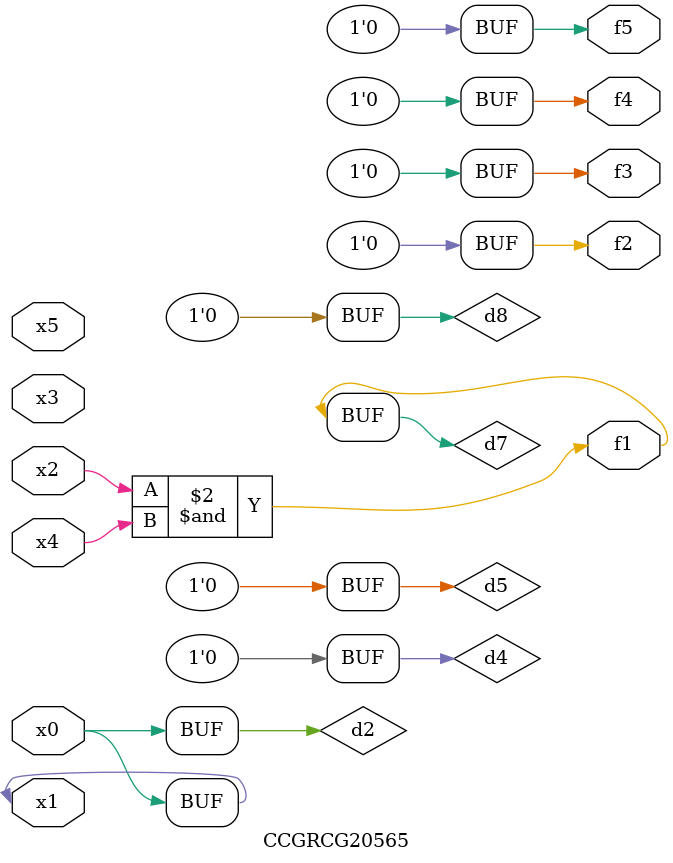
<source format=v>
module CCGRCG20565(
	input x0, x1, x2, x3, x4, x5,
	output f1, f2, f3, f4, f5
);

	wire d1, d2, d3, d4, d5, d6, d7, d8, d9;

	nand (d1, x1);
	buf (d2, x0, x1);
	nand (d3, x2, x4);
	and (d4, d1, d2);
	and (d5, d1, d2);
	nand (d6, d1, d3);
	not (d7, d3);
	xor (d8, d5);
	nor (d9, d5, d6);
	assign f1 = d7;
	assign f2 = d8;
	assign f3 = d8;
	assign f4 = d8;
	assign f5 = d8;
endmodule

</source>
